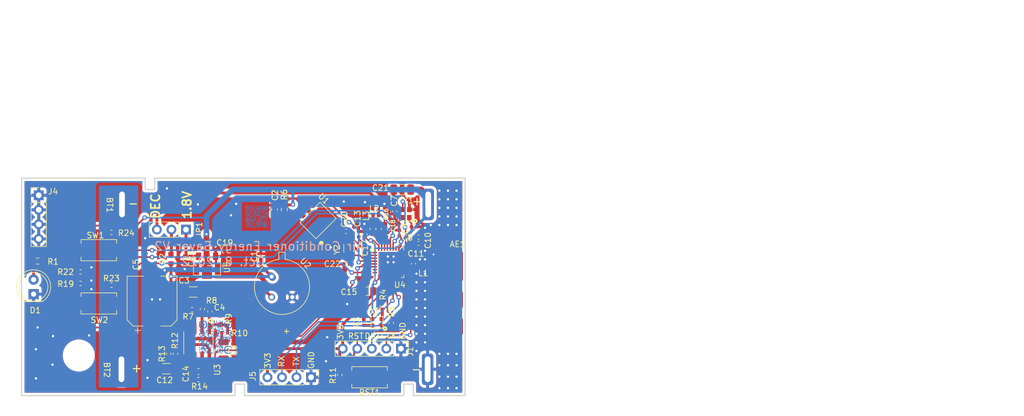
<source format=kicad_pcb>
(kicad_pcb (version 20211014) (generator pcbnew)
  (layers (0 "F.Cu" signal) (31 "B.Cu" signal) (34 "B.Paste" user) (35 "F.Paste" user) (36 "B.SilkS" user "B.Silkscreen") (37 "F.SilkS" user "F.Silkscreen") (38 "B.Mask" user) (39 "F.Mask" user) (44 "Edge.Cuts" user))
  (net 0 "")
  (net 1 "GND")
  (net 2 "Net-(AE1-Pad1)")
  (net 3 "Net-(C2-Pad1)")
  (net 4 "Net-(C3-Pad1)")
  (net 5 "Net-(C4-Pad1)")
  (net 6 "Net-(C4-Pad2)")
  (net 7 "Net-(C6-Pad1)")
  (net 8 "Net-(C7-Pad1)")
  (net 9 "Net-(C8-Pad1)")
  (net 10 "Net-(C9-Pad1)")
  (net 11 "Net-(C14-Pad1)")
  (net 12 "Net-(C10-Pad1)")
  (net 13 "Net-(C11-Pad1)")
  (net 14 "Net-(C12-Pad2)")
  (net 15 "Net-(C13-Pad1)")
  (net 16 "/PIR")
  (net 17 "/OP_VCC")
  (net 18 "Net-(C20-Pad2)")
  (net 19 "Net-(C22-Pad2)")
  (net 20 "Net-(D1-Pad2)")
  (net 21 "Net-(D3-Pad1)")
  (net 22 "Net-(D3-Pad2)")
  (net 23 "Net-(D3-Pad4)")
  (net 24 "/RESET")
  (net 25 "/SWCLK")
  (net 26 "/SWDIO")
  (net 27 "Net-(L2-Pad2)")
  (net 28 "Net-(L3-Pad2)")
  (net 29 "/IR1")
  (net 30 "/IR2")
  (net 31 "/LED_B")
  (net 32 "/LED_G")
  (net 33 "/LED_R")
  (net 34 "Net-(R7-Pad1)")
  (net 35 "/TX")
  (net 36 "/RX")
  (net 39 "Net-(R19-Pad1)")
  (net 40 "Net-(R22-Pad1)")
  (net 41 "/SW2")
  (net 42 "/SW1")
  (net 43 "/IR_IN")
  (net 44 "+3V0")
  (net 45 "Net-(BT1-Pad2)")
  (net 46 "+1V8")
  (net 47 "/DEC4")
  (net 49 "Net-(JP1-Pad2)")
  (footprint "Capacitor_SMD:CP_Elec_8x10.5" (layer "F.Cu") (at 119.8 94.8 90)
    (fp_text reference "C5")
    (fp_text value "1000uF")
  )
  (footprint "Button_Switch_SMD:SW_SPST_EVQPE1" (layer "F.Cu") (at 110.5 85.9 180)
    (fp_text reference "SW1")
    (fp_text value "SW_Push")
  )
  (footprint "Crystal:Crystal_SMD_3215-2Pin_3.2x1.5mm" (layer "F.Cu") (at 154.175 85.55 -90)
    (fp_text reference "Y2")
    (fp_text value "32.768KHz")
  )
  (footprint "Capacitor_SMD:C_0402_1005Metric" (layer "F.Cu") (at 153.8 88.3)
    (fp_text reference "C22")
    (fp_text value "12pF")
  )
  (footprint "Motion_sense:IRM-H638" (layer "F.Cu") (at 148.8 80.7 45)
    (fp_text reference "U1")
    (fp_text value "IRM-H638T/TR2")
  )
  (footprint "RF_Antenna:Texas_SWRA117D_2.4GHz_Right" (layer "F.Cu") (at 168.975 88.75 -90)
    (fp_text reference "AE1")
    (fp_text value "Antenna_Dipole")
  )
  (footprint "Resistor_SMD:R_0402_1005Metric" (layer "F.Cu") (at 161.6 98.6 90)
    (fp_text reference "R5")
    (fp_text value "1K")
  )
  (footprint "Capacitor_SMD:C_1206_3216Metric" (layer "F.Cu") (at 127 93.2 180)
    (fp_text reference "C3")
    (fp_text value "22uF")
  )
  (footprint "Button_Switch_SMD:SW_SPST_EVQPE1" (layer "F.Cu") (at 157.8 108.1 180)
    (fp_text reference "RST1")
    (fp_text value "SW_Push")
  )
  (footprint "Capacitor_SMD:C_0603_1608Metric" (layer "F.Cu") (at 160.4 82.2 -90)
    (fp_text reference "C16")
    (fp_text value "1uF")
  )
  (footprint "Connector_PinHeader_2.54mm:PinHeader_1x03_P2.54mm_Vertical" (layer "F.Cu") (at 125.725 82.3 -90)
    (fp_text reference "JP1")
    (fp_text value "Jumper_3_Bridged12")
  )
  (footprint "Resistor_SMD:R_0402_1005Metric" (layer "F.Cu") (at 152.6 107.7 90)
    (fp_text reference "R11")
    (fp_text value "10K")
  )
  (footprint "Resistor_SMD:R_0603_1608Metric" (layer "F.Cu") (at 99.8 87.8)
    (fp_text reference "R1")
    (fp_text value "100R")
  )
  (footprint "Package_DFN_QFN:QFN-32-1EP_5x5mm_P0.5mm_EP3.6x3.6mm" (layer "F.Cu") (at 161.175 88.05)
    (fp_text reference "U4")
    (fp_text value "nRF52810-QCAA-R")
  )
  (footprint "Inductor_SMD:L_0603_1608Metric" (layer "F.Cu") (at 158.4 82.2 -90)
    (fp_text reference "L3")
    (fp_text value "10uH")
  )
  (footprint "Connector_PinHeader_2.54mm:PinHeader_1x04_P2.54mm_Vertical" (layer "F.Cu") (at 100 76.3)
    (fp_text reference "J4")
    (fp_text value "Conn_01x04_Male")
  )
  (footprint "Capacitor_SMD:C_0402_1005Metric" (layer "F.Cu") (at 165.475 88.25 90)
    (fp_text reference "C11")
    (fp_text value "0.8pF")
  )
  (footprint "Capacitor_SMD:C_0402_1005Metric" (layer "F.Cu") (at 155.9 83.1 90)
    (fp_text reference "C13")
    (fp_text value "100nF")
  )
  (footprint "Crystal:Crystal_SMD_2016-4Pin_2.0x1.6mm" (layer "F.Cu") (at 164.2 79.5 90)
    (fp_text reference "Y1")
    (fp_text value "32MHz")
  )
  (footprint "Resistor_SMD:R_0402_1005Metric" (layer "F.Cu") (at 123.9 104 -90)
    (fp_text reference "R12")
    (fp_text value "33K")
  )
  (footprint "Resistor_SMD:R_0603_1608Metric" (layer "F.Cu") (at 123.1 87.4 90)
    (fp_text reference "R2")
    (fp_text value "100R")
  )
  (footprint "Capacitor_SMD:C_0402_1005Metric" (layer "F.Cu") (at 163 82.9 90)
    (fp_text reference "C18")
    (fp_text value "100nF")
  )
  (footprint "Capacitor_SMD:C_0402_1005Metric" (layer "F.Cu") (at 165.6 81.8)
    (fp_text reference "C6")
    (fp_text value "12pF")
  )
  (footprint "Resistor_SMD:R_0402_1005Metric" (layer "F.Cu") (at 112.7 92)
    (fp_text reference "R23")
    (fp_text value "10K")
  )
  (footprint "Resistor_SMD:R_0402_1005Metric" (layer "F.Cu") (at 128.6 96.2 90)
    (fp_text reference "R8")
    (fp_text value "10K")
  )
  (footprint "Resistor_SMD:R_0402_1005Metric" (layer "F.Cu") (at 132.5 100.3 180)
    (fp_text reference "R10")
    (fp_text value "30K")
  )
  (footprint "Resistor_SMD:R_0402_1005Metric" (layer "F.Cu") (at 107.3 91.7 180)
    (fp_text reference "R19")
    (fp_text value "0R")
  )
  (footprint "Button_Switch_SMD:SW_SPST_EVQPE1" (layer "F.Cu") (at 110.5 95.2 180)
    (fp_text reference "SW2")
    (fp_text value "SW_Push")
  )
  (footprint "Connector_PinHeader_2.54mm:PinHeader_1x05_P2.54mm_Vertical" (layer "F.Cu") (at 163.275 103.1 -90)
    (fp_text reference "J1")
    (fp_text value "Conn_01x05_Male")
  )
  (footprint "Connector_PinHeader_2.54mm:PinHeader_1x04_P2.54mm_Vertical" (layer "F.Cu") (at 147.58 108.1 -90)
    (fp_text reference "J5")
    (fp_text value "Conn_01x04_Male")
  )
  (footprint "Package_TO_SOT_SMD:SOT-89-3" (layer "F.Cu") (at 129.4 88.6 -90)
    (fp_text reference "U5")
    (fp_text value "HT7218")
  )
  (footprint "Capacitor_SMD:C_0402_1005Metric" (layer "F.Cu") (at 130 84.7)
    (fp_text reference "C19")
    (fp_text value "100nF")
  )
  (footprint "Capacitor_SMD:C_0402_1005Metric" (layer "F.Cu") (at 166.35 83.6)
    (fp_text reference "C8")
    (fp_text value "100pF")
  )
  (footprint "Motion_sense:FM-B2020RGBA-HG" (layer "F.Cu") (at 159.1 98.5 180)
    (fp_text reference "D3")
    (fp_text value "LED_RGBA")
  )
  (footprint "Capacitor_SMD:C_0603_1608Metric" (layer "F.Cu") (at 141.2 78.8 90)
    (fp_text reference "C2")
    (fp_text value "4.7uF")
  )
  (footprint "Resistor_SMD:R_0603_1608Metric" (layer "F.Cu") (at 142.9 78.8 90)
    (fp_text reference "R6")
    (fp_text value "100R")
  )
  (footprint "Capacitor_SMD:C_0402_1005Metric" (layer "F.Cu") (at 162.2 79.1 -90)
    (fp_text reference "C7")
    (fp_text value "12pF")
  )
  (footprint "Resistor_SMD:R_0402_1005Metric" (layer "F.Cu") (at 126.8 96.3 180)
    (fp_text reference "R7")
    (fp_text value "47K")
  )
  (footprint "Resistor_SMD:R_0603_1608Metric" (layer "F.Cu") (at 131.7 98.1 -90)
    (fp_text reference "R9")
    (fp_text value "2.1M")
  )
  (footprint "Capacitor_SMD:C_0402_1005Metric" (layer "F.Cu") (at 125.5 87.4 -90)
    (fp_text reference "C23")
    (fp_text value "100nF")
  )
  (footprint "Package_TO_SOT_THT:TO-39-3" (layer "F.Cu") (at 140.703949 90.503949 -45)
    (fp_text reference "U2")
    (fp_text value "PIR203A-S0")
  )
  (footprint "Capacitor_SMD:C_0402_1005Metric" (layer "F.Cu") (at 157 83.1 90)
    (fp_text reference "C17")
    (fp_text value "100nF")
  )
  (footprint "Package_SO:SOIC-8_3.9x4.9mm_P1.27mm" (layer "F.Cu") (at 127.9 102.1 -90)
    (fp_text reference "U3")
    (fp_text value "RS8032XK")
  )
  (footprint "Capacitor_SMD:C_0402_1005Metric" (layer "F.Cu") (at 153.7 82.6)
    (fp_text reference "C20")
    (fp_text value "12pF")
  )
  (footprint "Capacitor_SMD:C_0805_2012Metric" (layer "F.Cu") (at 157.475 93.05 180)
    (fp_text reference "C15")
    (fp_text value "4.7uF")
  )
  (footprint "Capacitor_SMD:C_1206_3216Metric" (layer "F.Cu") (at 132.3 103.4 -90)
    (fp_text reference "C9")
    (fp_text value "10uF")
  )
  (footprint "Motion_sense:AA Batt" (layer "F.Cu") (at 141.2 106.7 180)
    (fp_text reference "BT2")
    (fp_text value "Battery_Cell")
  )
  (footprint "Capacitor_SMD:C_0402_1005Metric" (layer "F.Cu") (at 166.35 84.7)
    (fp_text reference "C10")
    (fp_text value "NC")
  )
  (footprint "Inductor_SMD:L_0402_1005Metric" (layer "F.Cu") (at 167.175 88.75 180)
    (fp_text reference "L1")
    (fp_text value "3.9nH")
  )
  (footprint "Capacitor_SMD:C_0402_1005Metric" (layer "F.Cu") (at 129.9 96.6 -90)
    (fp_text reference "C4")
    (fp_text value "10nF")
  )
  (footprint "Resistor_SMD:R_0402_1005Metric" (layer "F.Cu") (at 160.025 95.7 90)
    (fp_text reference "R4")
    (fp_text value "1K")
  )
  (footprint "Inductor_SMD:L_0402_1005Metric" (layer "F.Cu") (at 158.9 79.8 180)
    (fp_text reference "L2")
    (fp_text value "15nH")
  )
  (footprint "Capacitor_SMD:C_1206_3216Metric" (layer "F.Cu") (at 163.5 75.3)
    (fp_text reference "C21")
    (fp_text value "10uF")
  )
  (footprint "Capacitor_SMD:C_0603_1608Metric" (layer "F.Cu") (at 127.9 107.1)
    (fp_text reference "C14")
    (fp_text value "20nF")
  )
  (footprint "Capacitor_SMD:C_1206_3216Metric" (layer "F.Cu") (at 122.3 106.6)
    (fp_text reference "C12")
    (fp_text value "10uF")
  )
  (footprint "Resistor_SMD:R_0402_1005Metric" (layer "F.Cu") (at 156.8 98.5 90)
    (fp_text reference "R3")
    (fp_text value "1K")
  )
  (footprint "LED_THT:LED_D5.0mm" (layer "F.Cu") (at 99.1 93.575 90)
    (fp_text reference "D1")
    (fp_text value "IR333-A")
  )
  (footprint "Capacitor_SMD:C_0402_1005Metric" (layer "F.Cu") (at 138.8 87 90)
    (fp_text reference "C1")
    (fp_text value "10nF")
  )
  (footprint "Resistor_SMD:R_0402_1005Metric" (layer "F.Cu") (at 122.7 104 90)
    (fp_text reference "R13")
    (fp_text value "22K")
  )
  (footprint "Resistor_SMD:R_0402_1005Metric" (layer "F.Cu") (at 107.3 89.7 180)
    (fp_text reference "R22")
    (fp_text value "0R")
  )
  (footprint "Resistor_SMD:R_0402_1005Metric" (layer "F.Cu") (at 127.9 108.5)
    (fp_text reference "R14")
    (fp_text value "1M")
  )
  (footprint "Motion_sense:Mounting Hole 2.3mm" (layer "F.Cu") (at 107 104.3)
    (fp_text reference "H1")
    (fp_text value "MountingHole")
  )
  (footprint "Motion_sense:AA Batt" (layer "F.Cu") (at 141.3 77.9)
    (fp_text reference "BT1")
    (fp_text value "Battery_Cell")
  )
  (footprint "Resistor_SMD:R_0402_1005Metric" (layer "F.Cu") (at 112.7 82.8)
    (fp_text reference "R24")
    (fp_text value "10K")
  )
  (footprint "Motion_sense:QR_Code_4mm" (layer "B.Cu") (at 138 80 180)
    (fp_text reference "G***")
    (fp_text value "LOGO" hide)
  )
  (footprint "Motion_sense:QR_Code_6mm" (layer "B.Cu") (at 130.9 101.1 180)
    (fp_text reference "G***")
    (fp_text value "LOGO" hide)
  )
  (gr_line (start 97 73.3) (end 118.6 73.3) (layer "Edge.Cuts") (width 0.2))
  (gr_line (start 120.25 75.3) (end 120.25 73.3) (layer "Edge.Cuts") (width 0.2))
  (gr_line (start 134.3 111.3) (end 134.3 109.3) (layer "Edge.Cuts") (width 0.2))
  (gr_line (start 163.8 109.3) (end 165.45 109.3) (layer "Edge.Cuts") (width 0.2))
  (gr_line (start 135.95 111.3) (end 163.8 111.3) (layer "Edge.Cuts") (width 0.2))
  (gr_line (start 97 111.3) (end 134.3 111.3) (layer "Edge.Cuts") (width 0.2))
  (gr_line (start 118.6 73.3) (end 118.6 75.3) (layer "Edge.Cuts") (width 0.2))
  (gr_line (start 134.3 109.3) (end 135.95 109.3) (layer "Edge.Cuts") (width 0.2))
  (gr_line (start 118.6 75.3) (end 120.25 75.3) (layer "Edge.Cuts") (width 0.2))
  (gr_line (start 120.25 73.3) (end 174.5 73.3) (layer "Edge.Cuts") (width 0.2))
  (gr_line (start 135.95 109.3) (end 135.95 111.3) (layer "Edge.Cuts") (width 0.2))
  (gr_line (start 163.8 111.3) (end 163.8 109.3) (layer "Edge.Cuts") (width 0.2))
  (gr_line (start 174.5 111.3) (end 174.5 73.3) (layer "Edge.Cuts") (width 0.2))
  (gr_line (start 97 111.3) (end 97 73.3) (layer "Edge.Cuts") (width 0.2))
  (gr_line (start 165.45 109.3) (end 165.45 111.3) (layer "Edge.Cuts") (width 0.2))
  (gr_line (start 165.45 111.3) (end 174.5 111.3) (layer "Edge.Cuts") (width 0.2))
  (gr_text "Air Conditioner Energy Saver V2" (at 138.5 85.2) (layer "B.SilkS") (effects (font (size 1.5 1.5) (thickness 0.2)) (justify mirror)))
  (gr_text "Oct. 8, 2022" (at 132.2 87.9) (layer "B.SilkS") (effects (font (size 1.5 1.5) (thickness 0.2)) (justify mirror)))
  (gr_text "RX" (at 142.4 105.3 90) (layer "F.SilkS") (effects (font (size 1 1))))
  (gr_text "TX" (at 145 105.3 90) (layer "F.SilkS") (effects (font (size 1 1))))
  (gr_text "3V3" (at 152.7 100.2 90) (layer "F.SilkS") (effects (font (size 1 1))))
  (gr_text "GND" (at 163.6 100 90) (layer "F.SilkS") (effects (font (size 1 1))))
  (gr_text "CLK" (at 161.2 100.8) (layer "F.SilkS") (effects (font (size 1 1))))
  (gr_text "RST" (at 155.4 100.9) (layer "F.SilkS") (effects (font (size 1 1))))
  (gr_text "3V3" (at 140 105.2 90) (layer "F.SilkS") (effects (font (size 1 1))))
  (gr_text "1.8V" (at 125.9 78 90) (layer "F.SilkS") (effects (font (size 1.5 1.5) (thickness 0.3))))
  (gr_text "+" (at 143.3 100) (layer "F.SilkS") (effects (font (size 1 1))))
  (gr_text "DIO" (at 158.2 100.9) (layer "F.SilkS") (effects (font (size 1 1))))
  (gr_text "GND" (at 147.6 105.1 90) (layer "F.SilkS") (effects (font (size 1 1))))
  (gr_text "DEC" (at 120.4 78.2 90) (layer "F.SilkS") (effects (font (size 1.5 1.5) (thickness 0.3))))
  (segment (start 157 81.4) (end 156.9 81.3) (width 0.5) (layer "F.Cu") (net 1))
  (segment (start 157 82.62) (end 155.9 82.62) (width 0.5) (layer "F.Cu") (net 1))
  (segment (start 160.4 82.975) (end 161.025 82.975) (width 0.254) (layer "F.Cu") (net 1))
  (segment (start 157 82.62) (end 157 81.4) (width 0.5) (layer "F.Cu") (net 1))
  (segment (start 161.025 82.975) (end 161.6 82.4) (width 0.254) (layer "F.Cu") (net 1))
  (segment (start 163 80.85) (end 163 82.42) (width 0.3) (layer "F.Cu") (net 1))
  (segment (start 164.75 78.8) (end 164.75 77.45) (width 0.3) (layer "F.Cu") (net 1))
  (segment (start 160.4 78.7) (end 160.4 77.8) (width 0.3) (layer "F.Cu") (net 1))
  (segment (start 163.625 88.3) (end 164.541374 88.3) (width 0.254) (layer "F.Cu") (net 1))
  (segment (start 163.65 80.2) (end 163 80.85) (width 0.3) (layer "F.Cu") (net 1))
  (segment (start 165.071374 87.77) (end 165.475 87.77) (width 0.254) (layer "F.Cu") (net 1))
  (segment (start 161.28 79.58) (end 160.8 79.1) (width 0.3) (layer "F.Cu") (net 1))
  (segment (start 165.475 87.77) (end 166.33 87.77) (width 0.254) (layer "F.Cu") (net 1))
  (segment (start 161.6 82.4) (end 162.98 82.4) (width 0.254) (layer "F.Cu") (net 1))
  (segment (start 164.541374 88.3) (end 165.071374 87.77) (width 0.254) (layer "F.Cu") (net 1))
  (segment (start 164.75 77.45) (end 162.6 75.3) (width 0.3) (layer "F.Cu") (net 1))
  (segment (start 163.03 79.58) (end 163.65 80.2) (width 0.3) (layer "F.Cu") (net 1))
  (segment (start 162.2 79.58) (end 163.03 79.58) (width 0.3) (layer "F.Cu") (net 1))
  (segment (start 160.925 83.5) (end 160.4 82.975) (width 0.254) (layer "F.Cu") (net 1))
  (segment (start 162.98 82.4) (end 163 82.42) (width 0.254) (layer "F.Cu") (net 1))
  (segment (start 160.925 85.6) (end 160.925 83.5) (width 0.254) (layer "F.Cu") (net 1))
  (segment (start 160.8 79.1) (end 160.4 78.7) (width 0.3) (layer "F.Cu") (net 1))
  (segment (start 166.33 87.77) (end 166.6 87.5) (width 0.254) (layer "F.Cu") (net 1))
  (segment (start 162.6 75.3) (end 162.025 75.3) (width 0.3) (layer "F.Cu") (net 1))
  (segment (start 162.2 79.58) (end 161.28 79.58) (width 0.3) (layer "F.Cu") (net 1))
  (via (at 171.5 108) (size 0.8) (drill 0.4) (layers "F.Cu" "B.Cu") (net 1))
  (via (at 167.5 86) (size 0.8) (drill 0.4) (layers "F.Cu" "B.Cu") (net 1))
  (via (at 166 94.5) (size 0.8) (drill 0.4) (layers "F.Cu" "B.Cu") (net 1))
  (via (at 170 75.5) (size 0.8) (drill 0.4) (layers "F.Cu" "B.Cu") (net 1))
  (via (at 173 77) (size 0.8) (drill 0.4) (layers "F.Cu" "B.Cu") (net 1))
  (via (at 171.5 75.5) (size 0.8) (drill 0.4) (layers "F.Cu" "B.Cu") (net 1))
  (via (at 166 99) (size 0.8) (drill 0.4) (layers "F.Cu" "B.Cu") (net 1))
  (via (at 166 102) (size 0.8) (drill 0.4) (layers "F.Cu" "B.Cu") (net 1))
  (via (at 173 81.5) (size 0.8) (drill 0.4) (layers "F.Cu" "B.Cu") (net 1))
  (via (at 173 110) (size 0.8) (drill 0.4) (layers "F.Cu" "B.Cu") (net 1))
  (via (at 166 91.5) (size 0.8) (drill 0.4) (layers "F.Cu" "B.Cu") (net 1))
  (via (at 162 87) (size 0.8) (drill 0.4) (layers "F.Cu" "B.Cu") (net 1))
  (via (at 108.8 100.8) (size 0.8) (drill 0.4) (layers "F.Cu" "B.Cu") (net 1))
  (via (at 167.5 102) (size 0.8) (drill 0.4) (layers "F.Cu" "B.Cu") (net 1))
  (via (at 173 104) (size 0.8) (drill 0.4) (layers "F.Cu" "B.Cu") (net 1))
  (via (at 167.5 94.5) (size 0.8) (drill 0.4) (layers "F.Cu" "B.Cu") (net 1))
  (via (at 167.5 93) (size 0.8) (drill 0.4) (layers "F.Cu" "B.Cu") (net 1))
  (via (at 171.5 78.5) (size 0.8) (drill 0.4) (layers "F.Cu" "B.Cu") (net 1))
  (via (at 170 80) (size 0.8) (drill 0.4) (layers "F.Cu" "B.Cu") (net 1))
  (via (at 166.6 87.5) (size 0.8) (drill 0.4) (layers "F.Cu" "B.Cu") (net 1))
  (via (at 167.5 100.5) (size 0.8) (drill 0.4) (layers "F.Cu" "B.Cu") (net 1))
  (via (at 167.5 90) (size 0.8) (drill 0.4) (layers "F.Cu" "B.Cu") (net 1))
  (via (at 118.6 83.8) (size 0.8) (drill 0.4) (layers "F.Cu" "B.Cu") (net 1))
  (via (at 157 77.5) (size 0.8) (drill 0.4) (layers "F.Cu" "B.Cu") (net 1))
  (via (at 171.5 77) (size 0.8) (drill 0.4) (layers "F.Cu" "B.Cu") (net 1))
  (via (at 167.5 82) (size 0.8) (drill 0.4) (layers "F.Cu" "B.Cu") (net 1))
  (via (at 171.5 80) (size 0.8) (drill 0.4) (layers "F.Cu" "B.Cu") (net 1))
  (via (at 160.4 77.8) (size 0.8) (drill 0.4) (layers "F.Cu" "B.Cu") (net 1))
  (via (at 150.4 101.1) (size 0.8) (drill 0.4) (layers "F.Cu" "B.Cu") (net 1))
  (via (at 166 100.5) (size 0.8) (drill 0.4) (layers "F.Cu" "B.Cu") (net 1))
  (via (at 161 88) (size 0.8) (drill 0.4) (layers "F.Cu" "B.Cu") (net 1))
  (via (at 99.5 108.3) (size 0.8) (drill 0.4) (layers "F.Cu" "B.Cu") (net 1))
  (via (at 109.2 91.2) (size 0.8) (drill 0.4) (layers "F.Cu" "B.Cu") (net 1))
  (via (at 99.5 103.2) (size 0.8) (drill 0.4) (layers "F.Cu" "B.Cu") (net 1))
  (via (at 170 78.5) (size 0.8) (drill 0.4) (layers "F.Cu" "B.Cu") (net 1))
  (via (at 173 106) (size 0.8) (drill 0.4) (layers "F.Cu" "B.Cu") (net 1))
  (via (at 162 88) (size 0.8) (drill 0.4) (layers "F.Cu" "B.Cu") (net 1))
  (via (at 171.5 81.5) (size 0.8) (drill 0.4) (layers "F.Cu" "B.Cu") (net 1))
  (via (at 166 103.5) (size 0.8) (drill 0.4) (layers "F.Cu" "B.Cu") (net 1))
  (via (at 134.5 77.8) (size 0.8) (drill 0.4) (layers "F.Cu" "B.Cu") (net 1))
  (via (at 173 78.5) (size 0.8) (drill 0.4) (layers "F.Cu" "B.Cu") (net 1))
  (via (at 150.2 105.3) (size 0.8) (drill 0.4) (layers "F.Cu" "B.Cu") (net 1))
  (via (at 119 105.1) (size 0.8) (drill 0.4) (layers "F.Cu" "B.Cu") (net 1))
  (via (at 170 108) (size 0.8) (drill 0.4) (layers "F.Cu" "B.Cu") (net 1))
  (via (at 167.5 91.5) (size 0.8) (drill 0.4) (layers "F.Cu" "B.Cu") (net 1))
  (via (at 156.9 81.3) (size 0.8) (drill 0.4) (layers "F.Cu" "B.Cu") (net 1))
  (via (at 99.8 99.4) (size 0.8) (drill 0.4) (layers "F.Cu" "B.Cu") (net 1))
  (via (at 167.5 87.5) (size 0.8) (drill 0.4) (layers "F.Cu" "B.Cu") (net 1))
  (via (at 170 77) (size 0.8) (drill 0.4) (layers "F.Cu" "B.Cu") (net 1))
  (via (at 133.6 79.8) (size 0.8) (drill 0.4) (layers "F.Cu" "B.Cu") (net 1))
  (via (at 170 104) (size 0.8) (drill 0.4) (layers "F.Cu" "B.Cu") (net 1))
  (via (at 153.9 95.3) (size 0.8) (drill 0.4) (layers "F.Cu" "B.Cu") (net 1))
  (via (at 170 81.5) (size 0.8) (drill 0.4) (layers "F.Cu" "B.Cu") (net 1))
  (via (at 167.5 97.5) (size 0.8) (drill 0.4) (layers "F.Cu" "B.Cu") (net 1))
  (via (at 161 87) (size 0.8) (drill 0.4) (layers "F.Cu" "B.Cu") (net 1))
  (via (at 151 85.4) (size 0.8) (drill 0.4) (layers "F.Cu" "B.Cu") (net 1))
  (via (at 153.3 77.4) (size 0.8) (drill 0.4) (layers "F.Cu" "B.Cu") (net 1))
  (via (at 166 96) (size 0.8) (drill 0.4) (layers "F.Cu" "B.Cu") (net 1))
  (via (at 127.8 77.9) (size 0.8) (drill 0.4) (layers "F.Cu" "B.Cu") (net 1))
  (via (at 171.5 106) (size 0.8) (drill 0.4) (layers "F.Cu" "B.Cu") (net 1))
  (via (at 119 108.2) (size 0.8) (drill 0.4) (layers "F.Cu" "B.Cu") (net 1))
  (via (at 171.5 104) (size 0.8) (drill 0.4) (layers "F.Cu" "B.Cu") (net 1))
  (via (at 173 75.5) (size 0.8) (drill 0.4) (layers "F.Cu" "B.Cu") (net 1))
  (via (at 166 97.5) (size 0.8) (drill 0.4) (layers "F.Cu" "B.Cu") (net 1))
  (via (at 121.2 94.5) (size 0.8) (drill 0.4) (layers "F.Cu" "B.Cu") (net 1))
  (via (at 119.8 94.5) (size 0.8) (drill 0.4) (layers "F.Cu" "B.Cu") (net 1))
  (via (at 109.2 88.9) (size 0.8) (drill 0.4) (layers "F.Cu" "B.Cu") (net 1))
  (via (at 170 110) (size 0.8) (drill 0.4) (layers "F.Cu" "B.Cu") (net 1))
  (via (at 109.2 92.7) (size 0.8) (drill 0.4) (layers "F.Cu" "B.Cu") (net 1))
  (via (at 166 93) (size 0.8) (drill 0.4) (layers "F.Cu" "B.Cu") (net 1))
  (via (at 167.5 99) (size 0.8) (drill 0.4) (layers "F.Cu" "B.Cu") (net 1))
  (via (at 168.5 81.5) (size 0.8) (drill 0.4) (layers "F.Cu" "B.Cu") (net 1))
  (via (at 122 89.4) (size 0.8) (drill 0.4) (layers "F.Cu" "B.Cu") (net 1))
  (via (at 125.5 89.2) (size 0.8) (drill 0.4) (layers "F.Cu" "B.Cu") (net 1))
  (via (at 173 80) (size 0.8) (drill 0.4) (layers "F.Cu" "B.Cu") (net 1))
  (via (at 173 108) (size 0.8) (drill 0.4) (layers "F.Cu" "B.Cu") (net 1))
  (via (at 167.5 96) (size 0.8) (drill 0.4) (layers "F.Cu" "B.Cu") (net 1))
  (via (at 102.5 100.9) (size 0.8) (drill 0.4) (layers "F.Cu" "B.Cu") (net 1))
  (via (at 170 106) (size 0.8) (drill 0.4) (layers "F.Cu" "B.Cu") (net 1))
  (via (at 171.5 110) (size 0.8) (drill 0.4) (layers "F.Cu" "B.Cu") (net 1))
  (via (at 102.4 105.9) (size 0.8) (drill 0.4) (layers "F.Cu" "B.Cu") (net 1))
  (via (at 122.4 75.1) (size 0.8) (drill 0.4) (layers "F.Cu" "B.Cu") (net 1))
  (via (at 166 90) (size 0.8) (drill 0.4) (layers "F.Cu" "B.Cu") (net 1))
  (segment (start 168.975 88.75) (end 167.66 88.75) (width 0.5) (layer "F.Cu") (net 2))
  (segment (start 145.773781 79.625) (end 145.851365 79.547416) (width 0.5) (layer "F.Cu") (net 3))
  (segment (start 142.85 79.575) (end 142.9 79.625) (width 0.5) (layer "F.Cu") (net 3))
  (segment (start 141.2 79.575) (end 142.85 79.575) (width 0.5) (layer "F.Cu") (net 3))
  (segment (start 142.9 79.625) (end 145.773781 79.625) (width 0.5) (layer "F.Cu") (net 3))
  (segment (start 128.6 93.325) (end 128.475 93.2) (width 0.5) (layer "F.Cu") (net 4))
  (segment (start 128.6 95.69) (end 128.6 93.325) (width 0.5) (layer "F.Cu") (net 4))
  (segment (start 128.726636 96.71) (end 128.6 96.71) (width 0.5) (layer "F.Cu") (net 5))
  (segment (start 128.535 96.775) (end 128.6 96.71) (width 0.5) (layer "F.Cu") (net 5))
  (segment (start 128.535 99.625) (end 128.535 96.775) (width 0.5) (layer "F.Cu") (net 5))
  (segment (start 131.7 96.4) (end 131.7 97.275) (width 0.5) (layer "F.Cu") (net 5))
  (segment (start 129.316636 96.12) (end 128.726636 96.71) (width 0.5) (layer "F.Cu") (net 5))
  (segment (start 129.9 96.12) (end 129.316636 96.12) (width 0.5) (layer "F.Cu") (net 5))
  (segment (start 129.9 96.12) (end 131.42 96.12) (width 0.5) (layer "F.Cu") (net 5))
  (segment (start 131.42 96.12) (end 131.7 96.4) (width 0.5) (layer "F.Cu") (net 5))
  (segment (start 132.625 98.925) (end 133.01 99.31) (width 0.5) (layer "F.Cu") (net 6))
  (segment (start 131.7 98.925) (end 130.505 98.925) (width 0.5) (layer "F.Cu") (net 6))
  (segment (start 133.01 99.31) (end 133.01 100.3) (width 0.5) (layer "F.Cu") (net 6))
  (segment (start 129.805 97.175) (end 129.9 97.08) (width 0.5) (layer "F.Cu") (net 6))
  (segment (start 131.7 98.925) (end 132.625 98.925) (width 0.5) (layer "F.Cu") (net 6))
  (segment (start 130.505 98.925) (end 129.805 99.625) (width 0.5) (layer "F.Cu") (net 6))
  (segment (start 129.805 99.625) (end 129.805 97.175) (width 0.5) (layer "F.Cu") (net 6))
  (segment (start 165.12 82.78) (end 165.12 81.8) (width 0.254) (layer "F.Cu") (net 7))
  (segment (start 164.117252 86.8) (end 164.54648 86.370772) (width 0.254) (layer "F.Cu") (net 7))
  (segment (start 164.75 80.85) (end 165.12 81.22) (width 0.3) (layer "F.Cu") (net 7))
  (segment (start 164.54648 86.370772) (end 164.54648 83.35352) (width 0.254) (layer "F.Cu") (net 7))
  (segment (start 164.54648 83.35352) (end 165.12 82.78) (width 0.254) (layer "F.Cu") (net 7))
  (segment (start 163.625 86.8) (end 164.117252 86.8) (width 0.254) (layer "F.Cu") (net 7))
  (segment (start 165.12 81.22) (end 165.12 81.8) (width 0.3) (layer "F.Cu") (net 7))
  (segment (start 164.75 80.2) (end 164.75 80.85) (width 0.3) (layer "F.Cu") (net 7))
  (segment (start 162.2 78.62) (end 163.47 78.62) (width 0.3) (layer "F.Cu") (net 8))
  (segment (start 164.09296 84.2) (end 164.09296 81.99296) (width 0.254) (layer "F.Cu") (net 8))
  (segment (start 163.47 78.62) (end 163.65 78.8) (width 0.3) (layer "F.Cu") (net 8))
  (segment (start 164.09296 85.83204) (end 164.09296 84.2) (width 0.254) (layer "F.Cu") (net 8))
  (segment (start 164.09296 81.99296) (end 164 81.9) (width 0.254) (layer "F.Cu") (net 8))
  (segment (start 163.625 86.3) (end 164.09296 85.83204) (width 0.254) (layer "F.Cu") (net 8))
  (segment (start 163.6 77.4) (end 163.6 78.75) (width 0.254) (layer "F.Cu") (net 8))
  (segment (start 163.6 78.75) (end 163.65 78.8) (width 0.254) (layer "F.Cu") (net 8))
  (via (at 163.6 77.4) (size 0.8) (drill 0.4) (layers "F.Cu" "B.Cu") (net 8))
  (via (at 164 81.9) (size 0.8) (drill 0.4) (layers "F.Cu" "B.Cu") (net 8))
  (segment (start 164 81.9) (end 164 77.8) (width 0.254) (layer "B.Cu") (net 8))
  (segment (start 164 77.8) (end 163.6 77.4) (width 0.254) (layer "B.Cu") (net 8))
  (segment (start 163.625 87.3) (end 164.258626 87.3) (width 0.254) (layer "F.Cu") (net 9))
  (segment (start 165.5 83.6) (end 165.87 83.6) (width 0.254) (layer "F.Cu") (net 9))
  (segment (start 164.258626 87.3) (end 165 86.558626) (width 0.254) (layer "F.Cu") (net 9))
  (segment (start 165 84.1) (end 165.5 83.6) (width 0.254) (layer "F.Cu") (net 9))
  (segment (start 165 86.558626) (end 165 84.1) (width 0.254) (layer "F.Cu") (net 9))
  (segment (start 131.99 100.3) (end 131.99 101.615) (width 0.5) (layer "F.Cu") (net 10))
  (segment (start 131.99 101.615) (end 132.3 101.925) (width 0.5) (layer "F.Cu") (net 10))
  (segment (start 132.3 108.3) (end 130.9 109.7) (width 0.5) (layer "F.Cu") (net 11))
  (segment (start 127.265 106.96) (end 127.125 107.1) (width 0.5) (layer "F.Cu") (net 11))
  (segment (start 127.6 109.7) (end 127.39 109.49) (width 0.5) (layer "F.Cu") (net 11))
  (segment (start 132.3 104.875) (end 132.3 108.3) (width 0.5) (layer "F.Cu") (net 11))
  (segment (start 127.39 109.49) (end 127.39 108.5) (width 0.5) (layer "F.Cu") (net 11))
  (segment (start 127.265 104.575) (end 127.265 106.96) (width 0.5) (layer "F.Cu") (net 11))
  (segment (start 127.125 107.1) (end 127.125 108.235) (width 0.5) (layer "F.Cu") (net 11))
  (segment (start 130.9 109.7) (end 127.6 109.7) (width 0.5) (layer "F.Cu") (net 11))
  (segment (start 127.125 108.235) (end 127.39 108.5) (width 0.5) (layer "F.Cu") (net 11))
  (segment (start 163.625 87.8) (end 164.4 87.8) (width 0.254) (layer "F.Cu") (net 12))
  (segment (start 165.87 86.33) (end 165.87 84.7) (width 0.254) (layer "F.Cu") (net 12))
  (segment (start 164.4 87.8) (end 165.87 86.33) (width 0.254) (layer "F.Cu") (net 12))
  (segment (start 166.69 88.75) (end 165.495 88.75) (width 0.5) (layer "F.Cu") (net 13))
  (segment (start 165.405 88.8) (end 165.475 88.73) (width 0.254) (layer "F.Cu") (net 13))
  (segment (start 165.495 88.75) (end 165.475 88.73) (width 0.5) (layer "F.Cu") (net 13))
  (segment (start 163.625 88.8) (end 165.405 88.8) (width 0.254) (layer "F.Cu") (net 13))
  (segment (start 125.93 104.51) (end 125.995 104.575) (width 0.5) (layer "F.Cu") (net 14))
  (segment (start 123.775 104.635) (end 123.9 104.51) (width 0.5) (layer "F.Cu") (net 14))
  (segment (start 123.775 106.6) (end 123.775 104.635) (width 0.5) (layer "F.Cu") (net 14))
  (segment (start 123.9 104.51) (end 125.93 104.51) (width 0.5) (layer "F.Cu") (net 14))
  (segment (start 122.7 104.51) (end 123.9 104.51) (width 0.5) (layer "F.Cu") (net 14))
  (segment (start 158.3 86.3) (end 155.9 83.9) (width 0.254) (layer "F.Cu") (net 15))
  (segment (start 155.9 83.9) (end 155.9 83.58) (width 0.254) (layer "F.Cu") (net 15))
  (segment (start 158.725 86.3) (end 158.3 86.3) (width 0.254) (layer "F.Cu") (net 15))
  (segment (start 156.3 88.8) (end 156.8 88.3) (width 0.254) (layer "F.Cu") (net 16))
  (segment (start 131.4 103.4) (end 139.2 103.4) (width 0.254) (layer "F.Cu") (net 16))
  (segment (start 128.675 107.1) (end 129.7 107.1) (width 0.254) (layer "F.Cu") (net 16))
  (segment (start 128.41 107.365) (end 128.675 107.1) (width 0.3) (layer "F.Cu") (net 16))
  (segment (start 139.2 103.4) (end 141.7 100.9) (width 0.254) (layer "F.Cu") (net 16))
  (segment (start 155.9735 88.8) (end 156.3 88.8) (width 0.254) (layer "F.Cu") (net 16))
  (segment (start 154.8 92) (end 154.8 91.5) (width 0.254) (layer "F.Cu") (net 16))
  (segment (start 128.535 104.575) (end 128.535 106.96) (width 0.3) (layer "F.Cu") (net 16))
  (segment (start 145.9 100.9) (end 154.8 92) (width 0.254) (layer "F.Cu") (net 16))
  (segment (start 141.7 100.9) (end 145.9 100.9) (width 0.254) (layer "F.Cu") (net 16))
  (segment (start 128.535 106.96) (end 128.675 107.1) (width 0.3) (layer "F.Cu") (net 16))
  (segment (start 129.7 107.1) (end 130.8 106) (width 0.254) (layer "F.Cu") (net 16))
  (segment (start 156.8 88.3) (end 158.725 88.3) (width 0.254) (layer "F.Cu") (net 16))
  (segment (start 128.41 108.5) (end 128.41 107.365) (width 0.3) (layer "F.Cu") (net 16))
  (segment (start 130.8 104) (end 131.4 103.4) (width 0.254) (layer "F.Cu") (net 16))
  (segment (start 155.7 89.0735) (end 155.9735 88.8) (width 0.254) (layer "F.Cu") (net 16))
  (segment (start 130.8 106) (end 130.8 104) (width 0.254) (layer "F.Cu") (net 16))
  (via (at 155.7 89.0735) (size 0.8) (drill 0.4) (layers "F.Cu" "B.Cu") (net 16))
  (via (at 154.8 91.5) (size 0.8) (drill 0.4) (layers "F.Cu" "B.Cu") (net 16))
  (segment (start 155.7 90.6) (end 154.8 91.5) (width 0.254) (layer "B.Cu") (net 16))
  (segment (start 155.7 89.0735) (end 155.7 90.6) (width 0.254) (layer "B.Cu") (net 16))
  (segment (start 129.805 103.105) (end 129.1 102.4) (width 0.5) (layer "F.Cu") (net 17))
  (segment (start 129.1 102.4) (end 124.2 102.4) (width 0.5) (layer "F.Cu") (net 17))
  (segment (start 138.8 87.48) (end 138.8 88.6) (width 0.5) (layer "F.Cu") (net 17))
  (segment (start 138.8 88.6) (end 140.703949 90.503949) (width 0.5) (layer "F.Cu") (net 17))
  (segment (start 123.9 102.6) (end 123.9 102.9) (width 0.5) (layer "F.Cu") (net 17))
  (segment (start 119.8 98.5) (end 123.1 95.2) (width 0.5) (layer "F.Cu") (net 17))
  (segment (start 119.8 98.5) (end 123.9 102.6) (width 0.5) (layer "F.Cu") (net 17))
  (segment (start 123.1 90.5) (end 123.1 88.225) (width 0.5) (layer "F.Cu") (net 17))
  (segment (start 124.2 102.4) (end 123.9 102.7) (width 0.5) (layer "F.Cu") (net 17))
  (segment (start 123.9 102.9) (end 123.9 103.49) (width 0.5) (layer "F.Cu") (net 17))
  (segment (start 129.805 104.575) (end 129.805 103.105) (width 0.5) (layer "F.Cu") (net 17))
  (segment (start 123.1 95.2) (end 123.1 90.5) (width 0.5) (layer "F.Cu") (net 17))
  (segment (start 123.9 102.7) (end 123.9 102.9) (width 0.5) (layer "F.Cu") (net 17))
  (via (at 123.1 90.5) (size 0.8) (drill 0.4) (layers "F.Cu" "B.Cu") (net 17))
  (segment (start 123.103949 90.503949) (end 123.1 90.5) (width 0.5) (layer "B.Cu") (net 17))
  (segment (start 140.703949 90.503949) (end 123.103949 90.503949) (width 0.5) (layer "B.Cu") (net 17))
  (segment (start 154.18 84.295) (end 154.175 84.3) (width 0.3) (layer "F.Cu") (net 18))
  (segment (start 155.3 84.3) (end 154.175 84.3) (width 0.254) (layer "F.Cu") (net 18))
  (segment (start 158.725 86.8) (end 157.8 86.8) (width 0.254) (layer "F.Cu") (net 18))
  (segment (start 154.18 82.6) (end 154.18 84.295) (width 0.3) (layer "F.Cu") (net 18))
  (segment (start 157.8 86.8) (end 155.3 84.3) (width 0.254) (layer "F.Cu") (net 18))
  (segment (start 158.725 87.3) (end 156.6 87.3) (width 0.254) (layer "F.Cu") (net 19))
  (segment (start 154.28 86.905) (end 154.175 86.8) (width 0.3) (layer "F.Cu") (net 19))
  (segment (start 156.6 87.3) (end 156.1 86.8) (width 0.254) (layer "F.Cu") (net 19))
  (segment (start 156.1 86.8) (end 154.175 86.8) (width 0.254) (layer "F.Cu") (net 19))
  (segment (start 154.28 88.3) (end 154.28 86.905) (width 0.3) (layer "F.Cu") (net 19))
  (segment (start 99.1 87.925) (end 98.975 87.8) (width 0.5) (layer "F.Cu") (net 20))
  (segment (start 99.1 91.035) (end 99.1 87.925) (width 0.5) (layer "F.Cu") (net 20))
  (segment (start 161.54 99.05) (end 161.6 99.11) (width 0.5) (layer "F.Cu") (net 21))
  (segment (start 159.95 99.05) (end 161.54 99.05) (width 0.5) (layer "F.Cu") (net 21))
  (segment (start 156.84 99.05) (end 156.8 99.01) (width 0.5) (layer "F.Cu") (net 22))
  (segment (start 158.25 99.05) (end 156.84 99.05) (width 0.5) (layer "F.Cu") (net 22))
  (segment (start 160.025 96.21) (end 160.025 97.875) (width 0.5) (layer "F.Cu") (net 23))
  (segment (start 160.025 97.875) (end 159.95 97.95) (width 0.5) (layer "F.Cu") (net 23))
  (segment (start 154.99 108.21) (end 155.1 108.1) (width 0.3) (layer "F.Cu") (net 24))
  (segment (start 162.925 90.5) (end 162.925 92.625) (width 0.254) (layer "F.Cu") (net 24))
  (segment (start 163.7 93.4) (end 163.7 99.3) (width 0.254) (layer "F.Cu") (net 24))
  (segment (start 152.6 108.21) (end 154.99 108.21) (width 0.3) (layer "F.Cu") (net 24))
  (segment (start 162.9 100.1) (end 157.1 100.1) (width 0.254) (layer "F.Cu") (net 24))
  (segment (start 162.925 92.625) (end 163.7 93.4) (width 0.254) (layer "F.Cu") (net 24))
  (segment (start 157.1 100.1) (end 155.655 101.545) (width 0.254) (layer "F.Cu") (net 24))
  (segment (start 155.1 108.1) (end 155.1 103.655) (width 0.3) (layer "F.Cu") (net 24))
  (segment (start 155.1 103.655) (end 155.655 103.1) (width 0.3) (layer "F.Cu") (net 24))
  (segment (start 155.655 101.545) (end 155.655 103.1) (width 0.254) (layer "F.Cu") (net 24))
  (segment (start 163.7 99.3) (end 162.9 100.1) (width 0.254) (layer "F.Cu") (net 24))
  (segment (start 163.625 92.425) (end 164.15352 92.95352) (width 0.254) (layer "F.Cu") (net 25))
  (segment (start 164.15352 99.74648) (end 163.1 100.8) (width 0.254) (layer "F.Cu") (net 25))
  (segment (start 164.15352 92.95352) (end 164.15352 99.74648) (width 0.254) (layer "F.Cu") (net 25))
  (segment (start 163.625 89.8) (end 163.625 92.425) (width 0.254) (layer "F.Cu") (net 25))
  (segment (start 161.3 100.8) (end 160.735 101.365) (width 0.254) (layer "F.Cu") (net 25))
  (segment (start 163.1 100.8) (end 161.3 100.8) (width 0.254) (layer "F.Cu") (net 25))
  (segment (start 160.735 101.365) (end 160.735 103.1) (width 0.254) (layer "F.Cu") (net 25))
  (segment (start 163.625 89.3) (end 164.5 89.3) (width 0.254) (layer "F.Cu") (net 26))
  (segment (start 165 89.8) (end 165 90.8) (width 0.254) (layer "F.Cu") (net 26))
  (segment (start 165 100.6) (end 164.9 100.7) (width 0.254) (layer "F.Cu") (net 26))
  (segment (start 164.6 89.4) (end 165 89.8) (width 0.254) (layer "F.Cu") (net 26))
  (segment (start 164.5 89.3) (end 164.6 89.4) (width 0.254) (layer "F.Cu") (net 26))
  (segment (start 165 90.8) (end 165 100.6) (width 0.254) (layer "F.Cu") (net 26))
  (via (at 164.9 100.7) (size 0.8) (drill 0.4) (layers "F.Cu" "B.Cu") (net 26))
  (segment (start 164.9 100.7) (end 159 100.7) (width 0.254) (layer "B.Cu") (net 26))
  (segment (start 159 100.7) (end 158.195 101.505) (width 0.254) (layer "B.Cu") (net 26))
  (segment (start 158.195 101.505) (end 158.195 103.1) (width 0.254) (layer "B.Cu") (net 26))
  (segment (start 158.4 79.815) (end 158.415 79.8) (width 0.3) (layer "F.Cu") (net 27))
  (segment (start 158.4 81.4125) (end 158.4 79.815) (width 0.3) (layer "F.Cu") (net 27))
  (segment (start 159.925 84.725) (end 158.4 83.2) (width 0.254) (layer "F.Cu") (net 28))
  (segment (start 158.4 83.2) (end 158.4 82.9875) (width 0.254) (layer "F.Cu") (net 28))
  (segment (start 159.925 85.6) (end 159.925 84.725) (width 0.254) (layer "F.Cu") (net 28))
  (segment (start 115.8 96.4) (end 112.8 99.4) (width 0.3) (layer "F.Cu") (net 29))
  (segment (start 117.8 88.2) (end 115.8 90.2) (width 0.3) (layer "F.Cu") (net 29))
  (segment (start 121.5 88.2) (end 117.8 88.2) (width 0.3) (layer "F.Cu") (net 29))
  (segment (start 104.3 96.9) (end 104.3 97.8) (width 0.3) (layer "F.Cu") (net 29))
  (segment (start 156.9 89.2) (end 156.3 89.8) (width 0.254) (layer "F.Cu") (net 29))
  (segment (start 158.725 88.8) (end 157.3 88.8) (width 0.254) (layer "F.Cu") (net 29))
  (segment (start 100.625 87.8) (end 102.8 87.8) (width 0.3) (layer "F.Cu") (net 29))
  (segment (start 157.3 88.8) (end 156.9 89.2) (width 0.254) (layer "F.Cu") (net 29))
  (segment (start 156.3 89.8) (end 154.7 89.8) (width 0.254) (layer "F.Cu") (net 29))
  (segment (start 102.8 87.8) (end 104.1 89.1) (width 0.3) (layer "F.Cu") (net 29))
  (segment (start 115.8 90.2) (end 115.8 96.4) (width 0.3) (layer "F.Cu") (net 29))
  (segment (start 104.3 89.3) (end 104.3 96.9) (width 0.3) (layer "F.Cu") (net 29))
  (segment (start 105.9 99.4) (end 112.4 99.4) (width 0.3) (layer "F.Cu") (net 29))
  (segment (start 112.4 99.4) (end 112.8 99.4) (width 0.3) (layer "F.Cu") (net 29))
  (segment (start 104.1 89.1) (end 104.3 89.3) (width 0.3) (layer "F.Cu") (net 29))
  (segment (start 104.3 97.8) (end 105.9 99.4) (width 0.3) (layer "F.Cu") (net 29))
  (via (at 121.5 88.2) (size 0.8) (drill 0.4) (layers "F.Cu" "B.Cu") (net 29))
  (via (at 154.7 89.8) (size 0.8) (drill 0.4) (layers "F.Cu" "B.Cu") (net 29))
  (segment (start 121.5 88.2) (end 153 88.2) (width 0.3) (layer "B.Cu") (net 29))
  (segment (start 153 88.2) (end 154.6 89.8) (width 0.3) (layer "B.Cu") (net 29))
  (segment (start 154.6 89.8) (end 154.7 89.8) (width 0.3) (layer "B.Cu") (net 29))
  (segment (start 156.8 96.5) (end 156.8 97.99) (width 0.254) (layer "F.Cu") (net 31))
  (segment (start 159.925 90.5) (end 159.925 93.375) (width 0.254) (layer "F.Cu") (net 31))
  (segment (start 159.925 93.375) (end 156.8 96.5) (width 0.254) (layer "F.Cu") (net 31))
  (segment (start 159.9 94.3) (end 159.9 95.065) (width 0.254) (layer "F.Cu") (net 32))
  (segment (start 159.9 95.065) (end 160.025 95.19) (width 0.254) (layer "F.Cu") (net 32))
  (segment (start 160.425 90.5) (end 160.425 93.775) (width 0.254) (layer "F.Cu") (net 32))
  (segment (start 160.425 93.775) (end 159.9 94.3) (width 0.254) (layer "F.Cu") (net 32))
  (segment (start 160.925 96.625) (end 161.6 97.3) (width 0.254) (layer "F.Cu") (net 33))
  (segment (start 161.6 97.3) (end 161.6 98.09) (width 0.254) (layer "F.Cu") (net 33))
  (segment (start 160.925 90.5) (end 160.925 96.625) (width 0.254) (layer "F.Cu") (net 33))
  (segment (start 138.9 92.3) (end 138.907898 92.3) (width 0.5) (layer "F.Cu") (net 34))
  (segment (start 127.3 95) (end 127.3 96.29) (width 0.5) (layer "F.Cu") (net 34))
  (segment (start 127.265 96.345) (end 127.31 96.3) (width 0.5) (layer "F.Cu") (net 34))
  (segment (start 127.31 92.29) (end 128 91.6) (width 0.5) (layer "F.Cu") (net 34))
  (segment (start 127.3 96.29) (end 127.31 96.3) (width 0.5) (layer "F.Cu") (net 34))
  (segment (start 127.265 99.625) (end 127.265 96.345) (width 0.5) (layer "F.Cu") (net 34))
  (segment (start 138.907898 92.3) (end 140.703949 94.096051) (width 0.5) (layer "F.Cu") (net 34))
  (segment (start 127.31 96.3) (end 127.31 92.29) (width 0.5) (layer "F.Cu") (net 34))
  (segment (start 128 91.6) (end 138.2 91.6) (width 0.5) (layer "F.Cu") (net 34))
  (segment (start 138.2 91.6) (end 138.9 92.3) (width 0.5) (layer "F.Cu") (net 34))
  (segment (start 162.425 90.5) (end 162.425 93.625) (width 0.254) (layer "F.Cu") (net 35))
  (segment (start 162.425 93.625) (end 162.9 94.1) (width 0.254) (layer "F.Cu") (net 35))
  (via (at 162.9 94.1) (size 0.8) (drill 0.4) (layers "F.Cu" "B.Cu") (net 35))
  (segment (start 162.9 95.5) (end 159.3 99.1) (width 0.254) (layer "B.Cu") (net 35))
  (segment (start 159.3 99.1) (end 149 99.1) (width 0.254) (layer "B.Cu") (net 35))
  (segment (start 145.04 103.06) (end 145.04 108.1) (width 0.254) (layer "B.Cu") (net 35))
  (segment (start 162.9 94.1) (end 162.9 95.5) (width 0.254) (layer "B.Cu") (net 35))
  (segment (start 149 99.1) (end 145.04 103.06) (width 0.254) (layer "B.Cu") (net 35))
  (segment (start 161.925 94.575) (end 161.8 94.7) (width 0.254) (layer "F.Cu") (net 36))
  (segment (start 161.925 90.5) (end 161.925 94.575) (width 0.254) (layer "F.Cu") (net 36))
  (via (at 161.8 94.7) (size 0.8) (drill 0.4) (layers "F.Cu" "B.Cu") (net 36))
  (segment (start 161.8 94.7) (end 158.1 98.4) (width 0.254) (layer "B.Cu") (net 36))
  (segment (start 148.9 98.4) (end 142.5 104.8) (width 0.254) (layer "B.Cu") (net 36))
  (segment (start 142.5 104.8) (end 142.5 108.1) (width 0.254) (layer "B.Cu") (net 36))
  (segment (start 158.1 98.4) (end 148.9 98.4) (width 0.254) (layer "B.Cu") (net 36))
  (segment (start 107.8 95.2) (end 107.8 91.71) (width 0.3) (layer "F.Cu") (net 39))
  (segment (start 107.8 91.71) (end 107.81 91.7) (width 0.3) (layer "F.Cu") (net 39))
  (segment (start 107.8 85.9) (end 107.8 89.69) (width 0.3) (layer "F.Cu") (net 40))
  (segment (start 107.8 89.69) (end 107.81 89.7) (width 0.3) (layer "F.Cu") (net 40))
  (segment (start 161.425 85.6) (end 161.425 83.787651) (width 0.254) (layer "F.Cu") (net 41))
  (segment (start 113.2 92.01) (end 113.21 92) (width 0.3) (layer "F.Cu") (net 41))
  (segment (start 113.21 91.09) (end 117.2 87.1) (width 0.3) (layer "F.Cu") (net 41))
  (segment (start 161.425 83.787651) (end 161.849091 83.36356) (width 0.254) (layer "F.Cu") (net 41))
  (segment (start 113.21 92) (end 113.21 91.09) (width 0.3) (layer "F.Cu") (net 41))
  (segment (start 113.2 95.2) (end 113.2 92.01) (width 0.3) (layer "F.Cu") (net 41))
  (segment (start 117.2 87.1) (end 119.8 87.1) (width 0.3) (layer "F.Cu") (net 41))
  (via (at 161.849091 83.36356) (size 0.8) (drill 0.4) (layers "F.Cu" "B.Cu") (net 41))
  (via (at 119.8 87.1) (size 0.8) (drill 0.4) (layers "F.Cu" "B.Cu") (net 41))
  (segment (start 148.60048 79.49952) (end 159.49952 79.49952) (width 0.3) (layer "B.Cu") (net 41))
  (segment (start 159.49952 79.49952) (end 161.849091 81.849091) (width 0.3) (layer "B.Cu") (net 41))
  (segment (start 141 87.1) (end 148.60048 79.49952) (width 0.3) (layer "B.Cu") (net 41))
  (segment (start 119.8 87.1) (end 141 87.1) (width 0.3) (layer "B.Cu") (net 41))
  (segment (start 161.849091 81.849091) (end 161.849091 83.36356) (width 0.3) (layer "B.Cu") (net 41))
  (segment (start 161.925 84.5735) (end 162.1985 84.3) (width 0.254) (layer "F.Cu") (net 42))
  (segment (start 113.2 85.9) (end 119.8 85.9) (width 0.3) (layer "F.Cu") (net 42))
  (segment (start 161.925 85.6) (end 161.925 84.5735) (width 0.254) (layer "F.Cu") (net 42))
  (segment (start 113.2 82.81) (end 113.2 85.9) (width 0.3) (layer "F.Cu") (net 42))
  (segment (start 113.21 82.8) (end 113.2 82.81) (width 0.3) (layer "F.Cu") (net 42))
  (via (at 119.8 85.9) (size 0.8) (drill 0.4) (layers "F.Cu" "B.Cu") (net 42))
  (via (at 162.1985 84.3) (size 0.8) (drill 0.4) (layers "F.Cu" "B.Cu") (net 42))
  (segment (start 148.1 79) (end 160.4 79) (width 0.3) (layer "B.Cu") (net 42))
  (segment (start 160.4 79) (end 163 81.6) (width 0.3) (layer "B.Cu") (net 42))
  (segment (start 163 81.6) (end 163 83.4985) (width 0.3) (layer "B.Cu") (net 42))
  (segment (start 119.8 85.9) (end 141.2 85.9) (width 0.3) (layer "B.Cu") (net 42))
  (segment (start 163 83.4985) (end 162.1985 84.3) (width 0.3) (layer "B.Cu") (net 42))
  (segment (start 141.2 85.9) (end 148.1 79) (width 0.3) (layer "B.Cu") (net 42))
  (segment (start 158.725 87.8) (end 156.1 87.8) (width 0.254) (layer "F.Cu") (net 43))
  (segment (start 150.951365 77.751365) (end 147.647416 77.751365) (width 0.3) (layer "F.Cu") (net 43))
  (segment (start 154.2 81) (end 150.951365 77.751365) (width 0.3) (layer "F.Cu") (net 43))
  (segment (start 156.1 87.8) (end 155.9 88) (width 0.254) (layer "F.Cu") (net 43))
  (via (at 155.9 88) (size 0.8) (drill 0.4) (layers "F.Cu" "B.Cu") (net 43))
  (via (at 154.2 81) (size 0.8) (drill 0.4) (layers "F.Cu" "B.Cu") (net 43))
  (segment (start 154.2 81) (end 154.4 81) (width 0.3) (layer "B.Cu") (net 43))
  (segment (start 155.9 82.5) (end 155.9 88) (width 0.3) (layer "B.Cu") (net 43))
  (segment (start 154.4 81) (end 155.9 82.5) (width 0.3) (layer "B.Cu") (net 43))
  (segment (start 139.96 104.34) (end 141.2 103.1) (width 0.5) (layer "F.Cu") (net 44))
  (segment (start 159.425 90.5) (end 159.425 90.875) (width 0.254) (layer "F.Cu") (net 44))
  (segment (start 105.7 87.3) (end 105.7 82.6) (width 0.3) (layer "F.Cu") (net 44))
  (segment (start 106.79 88.39) (end 105.7 87.3) (width 0.3) (layer "F.Cu") (net 44))
  (segment (start 159.425 85.125) (end 158.5 84.2) (width 0.254) (layer "F.Cu") (net 44))
  (segment (start 106.79 89.7) (end 106.79 91.7) (width 0.3) (layer "F.Cu") (net 44))
  (segment (start 117.1 81.6) (end 118.5 80.2) (width 0.3) (layer "F.Cu") (net 44))
  (segment (start 168.05 76.55) (end 166.8 75.3) (width 1) (layer "F.Cu") (net 44))
  (segment (start 152.6 103.615) (end 153.115 103.1) (width 0.5) (layer "F.Cu") (net 44))
  (segment (start 158.25 97.95) (end 158.25 96.75) (width 0.3) (layer "F.Cu") (net 44))
  (segment (start 158.425 91.875) (end 158.425 93.05) (width 0.254) (layer "F.Cu") (net 44))
  (segment (start 158 84.2) (end 157.62 84.2) (width 0.254) (layer "F.Cu") (net 44))
  (segment (start 166.8 75.3) (end 164.975 75.3) (width 1) (layer "F.Cu") (net 44))
  (segment (start 159.425 90.875) (end 158.75 91.55) (width 0.254) (layer "F.Cu") (net 44))
  (segment (start 141.2 103.1) (end 153.115 103.1) (width 0.5) (layer "F.Cu") (net 44))
  (segment (start 129.3 83.1) (end 129.3 86.9375) (width 1) (layer "F.Cu") (net 44))
  (segment (start 153.115 103.1) (end 153.115 98.885) (width 0.5) (layer "F.Cu") (net 44))
  (segment (start 106.7 81.6) (end 116.2 81.6) (width 0.3) (layer "F.Cu") (net 44))
  (segment (start 105.7 82.6) (end 106.4 81.9) (width 0.3) (layer "F.Cu") (net 44))
  (segment (start 163.3 84.4) (end 163.3 83.68) (width 0.254) (layer "F.Cu") (net 44))
  (segment (start 157.62 84.2) (end 157 83.58) (width 0.254) (layer "F.Cu") (net 44))
  (segment (start 158.75 91.55) (end 158.425 91.875) (width 0.254) (layer "F.Cu") (net 44))
  (segment (start 106.4 81.9) (end 106.7 81.6) (width 0.3) (layer "F.Cu") (net 44))
  (segment (start 159.425 85.6) (end 159.425 85.125) (width 0.254) (layer "F.Cu") (net 44))
  (segment (start 129.3 86.9375) (end 129.4 87.0375) (width 1) (layer "F.Cu") (net 44))
  (segment (start 152.6 107.19) (end 152.6 103.615) (width 0.5) (layer "F.Cu") (net 44))
  (segment (start 158.425 93.575) (end 158.425 93.05) (width 0.5) (layer "F.Cu") (net 44))
  (segment (start 158.25 96.75) (end 158.3 96.7) (width 0.3) (layer "F.Cu") (net 44))
  (segment (start 162.925 85.6) (end 162.925 85.575) (width 0.254) (layer "F.Cu") (net 44))
  (segment (start 158.5 84.2) (end 158 84.2) (width 0.254) (layer "F.Cu") (net 44))
  (segment (start 168.05 77.9) (end 168.05 76.55) (width 1) (layer "F.Cu") (net 44))
  (segment (start 163.3 83.68) (end 163 83.38) (width 0.254) (layer "F.Cu") (net 44))
  (segment (start 116.2 81.6) (end 117.1 81.6) (width 0.3) (layer "F.Cu") (net 44))
  (segment (start 139.96 108.1) (end 139.96 104.34) (width 0.5) (layer "F.Cu") (net 44))
  (segment (start 162.925 85.575) (end 163.3 85.2) (width 0.254) (layer "F.Cu") (net 44))
  (segment (start 106.79 89.7) (end 106.79 88.39) (width 0.3) (layer "F.Cu") (net 44))
  (segment (start 163.3 85.2) (end 163.3 84.4) (width 0.254) (layer "F.Cu") (net 44))
  (segment (start 153.115 98.885) (end 158.425 93.575) (width 0.5) (layer "F.Cu") (net 44))
  (segment (start 144.325 77.975) (end 144.4 77.9) (width 0.5) (layer "F.Cu") (net 44))
  (segment (start 142.9 77.975) (end 144.325 77.975) (width 0.5) (layer "F.Cu") (net 44))
  (via (at 158.75 91.55) (size 0.8) (drill 0.4) (layers "F.Cu" "B.Cu") (net 44))
  (via (at 163.3 84.4) (size 0.8) (drill 0.4) (layers "F.Cu" "B.Cu") (net 44))
  (via (at 158.3 96.7) (size 0.8) (drill 0.4) (layers "F.Cu" "B.Cu") (net 44))
  (via (at 158 84.2) (size 0.8) (drill 0.4) (layers "F.Cu" "B.Cu") (net 44))
  (via (at 129.3 83.1) (size 0.8) (drill 0.4) (layers "F.Cu" "B.Cu") (net 44))
  (via (at 118.5 80.2) (size 0.8) (drill 0.4) (layers "F.Cu" "B.Cu") (net 44))
  (via (at 144.4 77.9) (size 0.8) (drill 0.4) (layers "F.Cu" "B.Cu") (net 44))
  (segment (start 166.4 75.5) (end 166.2 75.3) (width 1) (layer "B.Cu") (net 44))
  (segment (start 158.3 96.7) (end 158.3 92) (width 0.3) (layer "B.Cu") (net 44))
  (segment (start 133.9 75.3) (end 132.5 76.7) (width 1) (layer "B.Cu") (net 44))
  (segment (start 144.5 75.3) (end 133.9 75.3) (width 1) (layer "B.Cu") (net 44))
  (segment (start 163.3 84.7) (end 162.45 85.55) (width 0.254) (layer "B.Cu") (net 44))
  (segment (start 168.05 79.65) (end 163.3 84.4) (width 0.5) (layer "B.Cu") (net 44))
  (segment (start 162.45 85.55) (end 158.75 85.55) (width 0.254) (layer "B.Cu") (net 44))
  (segment (start 168.05 77.9) (end 168.05 77.15) (width 1) (layer "B.Cu") (net 44))
  (segment (start 158.75 91.55) (end 158.75 85.55) (width 0.254) (layer "B.Cu") (net 44))
  (segment (start 144.4 75.4) (end 144.5 75.3) (width 0.5) (layer "B.Cu") (net 44))
  (segment (start 158.75 85.55) (end 158.75 84.95) (width 0.254) (layer "B.Cu") (net 44))
  (segment (start 166.2 75.3) (end 161.6 75.3) (width 1) (layer "B.Cu") (net 44))
  (segment (start 163.3 84.4) (end 163.3 84.7) (width 0.254) (layer "B.Cu") (net 44))
  (segment (start 129.3 79.9) (end 129.3 83.1) (width 1) (layer "B.Cu") (net 44))
  (segment (start 158.75 84.95) (end 158 84.2) (width 0.254) (layer "B.Cu") (net 44))
  (segment (start 168.05 77.9) (end 168.05 79.65) (width 1) (layer "B.Cu") (net 44))
  (segment (start 168.05 77.15) (end 166.4 75.5) (width 1) (layer "B.Cu") (net 44))
  (segment (start 144.4 77.9) (end 144.4 75.4) (width 0.5) (layer "B.Cu") (net 44))
  (segment (start 132.5 76.7) (end 129.3 79.9) (width 1) (layer "B.Cu") (net 44))
  (segment (start 158.3 92) (end 158.75 91.55) (width 0.3) (layer "B.Cu") (net 44))
  (segment (start 129 80.2) (end 129.3 79.9) (width 0.3) (layer "B.Cu") (net 44))
  (segment (start 161.6 75.3) (end 144.5 75.3) (width 1) (layer "B.Cu") (net 44))
  (segment (start 118.5 80.2) (end 129 80.2) (width 0.3) (layer "B.Cu") (net 44))
  (segment (start 127.87 86.92) (end 127.9 86.95) (width 0.5) (layer "F.Cu") (net 46))
  (segment (start 125.725 82.3) (end 125.725 86.695) (width 0.5) (layer "F.Cu") (net 46))
  (segment (start 125.725 86.695) (end 125.5 86.92) (width 0.5) (layer "F.Cu") (net 46))
  (segment (start 125.5 86.92) (end 127.87 86.92) (width 0.5) (layer "F.Cu") (net 46))
  (segment (start 160.425 85.6) (end 160.425 84.525) (width 0.254) (layer "F.Cu") (net 47))
  (segment (start 120.645 82.3) (end 120.645 79.955) (width 0.5) (layer "F.Cu") (net 47))
  (segment (start 159.675 81.425) (end 160.4 81.425) (width 0.254) (layer "F.Cu") (net 47))
  (segment (start 160.4 80.3) (end 160.4 81.425) (width 0.254) (layer "F.Cu") (net 47))
  (segment (start 159.385 77.385) (end 159.385 79.8) (width 0.5) (layer "F.Cu") (net 47))
  (segment (start 159.4 81.7) (end 159.675 81.425) (width 0.254) (layer "F.Cu") (net 47))
  (segment (start 120.645 79.955) (end 124.7 75.9) (width 0.5) (layer "F.Cu") (net 47))
  (segment (start 157.9 75.9) (end 159.385 77.385) (width 0.5) (layer "F.Cu") (net 47))
  (segment (start 159.385 79.8) (end 159.9 79.8) (width 0.254) (layer "F.Cu") (net 47))
  (segment (start 159.4 83.5) (end 159.4 81.7) (width 0.254) (layer "F.Cu") (net 47))
  (segment (start 159.9 79.8) (end 160.4 80.3) (width 0.254) (layer "F.Cu") (net 47))
  (segment (start 124.7 75.9) (end 157.9 75.9) (width 0.5) (layer "F.Cu") (net 47))
  (segment (start 160.425 84.525) (end 159.4 83.5) (width 0.254) (layer "F.Cu") (net 47))
  (segment (start 123.185 82.3) (end 123.185 86.49) (width 0.5) (layer "F.Cu") (net 49))
  (segment (start 123.185 86.49) (end 123.1 86.575) (width 0.5) (layer "F.Cu") (net 49))
  (zone (net 0) (net_name "") (layer "F.Cu") (connect_pads yes (clearance 0)) (min_thickness 0.254)
    (keepout (tracks allowed) (vias allowed) (pads allowed) (copperpour not_allowed) (footprints allowed))
    (fill (thermal_gap 0.508) (thermal_bridge_width 0.508))
    (polygon (pts (xy 176.3 103.3) (xy 168.2 103.3) (xy 168.2 82.4) (xy 176.2 82.4)))
  )
  (zone (net 1) (net_name "GND") (layers F&B.Cu) (connect_pads (clearance 0.508)) (min_thickness 0.254) (fill yes (thermal_gap 0.508) (thermal_bridge_width 0.508))
    (polygon (pts (xy 177.6 70.2) (xy 177.5 113.5) (xy 94.7 113.9) (xy 94.8 70)))
  )
  (zone (net 45) (net_name "Net-(BT1-Pad2)") (layer "B.Cu") (priority 1) (connect_pads yes (clearance 0.508)) (min_thickness 0.254) (fill yes (thermal_gap 0.508) (thermal_bridge_width 0.508))
    (polygon (pts (xy 117.4 109.9) (xy 110.5 109.9) (xy 110.5 74.6) (xy 117.4 74.6)))
  )
)
</source>
